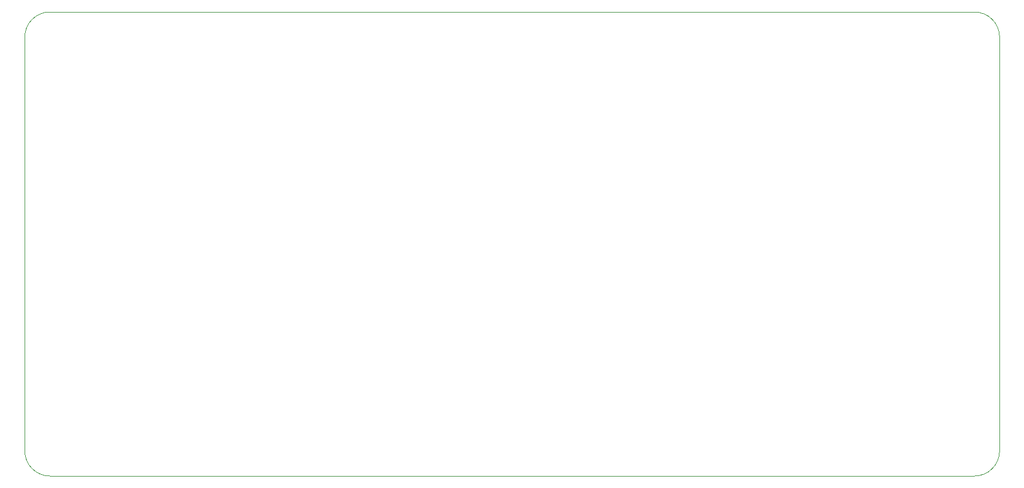
<source format=gbr>
%TF.GenerationSoftware,KiCad,Pcbnew,(5.1.8)-1*%
%TF.CreationDate,2021-03-23T10:09:45+01:00*%
%TF.ProjectId,schema_v1,73636865-6d61-45f7-9631-2e6b69636164,rev?*%
%TF.SameCoordinates,Original*%
%TF.FileFunction,Profile,NP*%
%FSLAX46Y46*%
G04 Gerber Fmt 4.6, Leading zero omitted, Abs format (unit mm)*
G04 Created by KiCad (PCBNEW (5.1.8)-1) date 2021-03-23 10:09:45*
%MOMM*%
%LPD*%
G01*
G04 APERTURE LIST*
%TA.AperFunction,Profile*%
%ADD10C,0.100000*%
%TD*%
G04 APERTURE END LIST*
D10*
X216916000Y-114808000D02*
G75*
G02*
X213360000Y-118364000I-3556000J0D01*
G01*
X213360000Y-52832000D02*
G75*
G02*
X216916000Y-56388000I0J-3556000D01*
G01*
X82804000Y-118364000D02*
G75*
G02*
X79248000Y-114808000I0J3556000D01*
G01*
X79248000Y-56388000D02*
G75*
G02*
X82804000Y-52832000I3556000J0D01*
G01*
X79248000Y-56388000D02*
X79248000Y-114808000D01*
X213360000Y-118364000D02*
X82804000Y-118364000D01*
X82804000Y-52832000D02*
X148844000Y-52832000D01*
X216916000Y-56388000D02*
X216916000Y-114808000D01*
X148844000Y-52832000D02*
X213360000Y-52832000D01*
M02*

</source>
